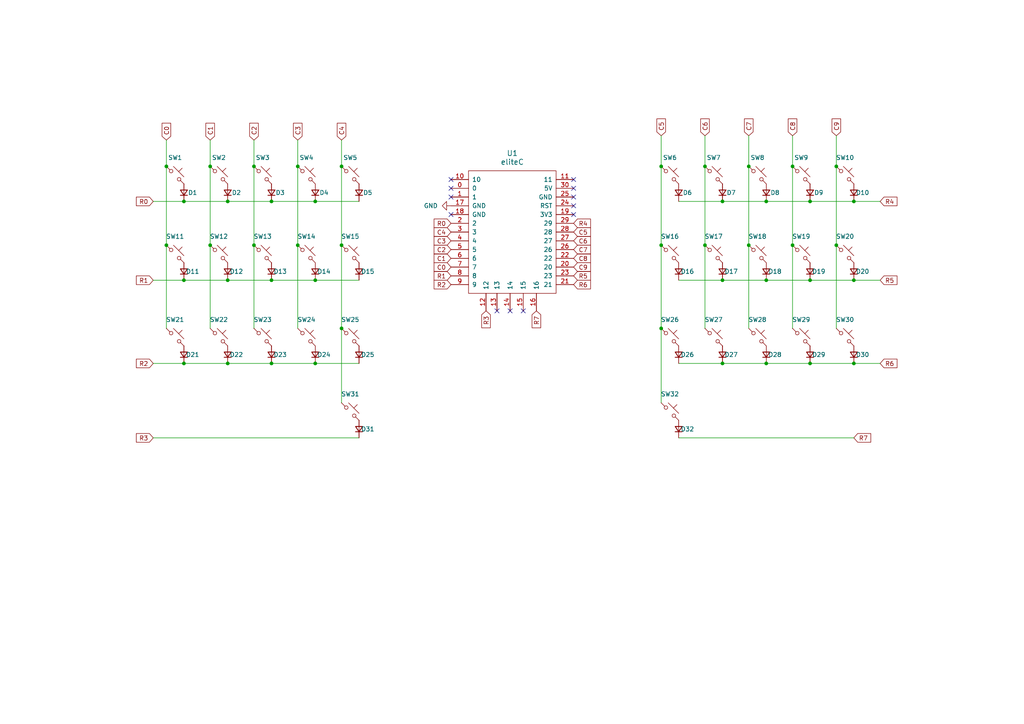
<source format=kicad_sch>
(kicad_sch (version 20231120) (generator "eeschema") (generator_version "8.0")
  (paper "A4")
  (lib_symbols
    (symbol "Device:D_Small" (pin_numbers hide) (pin_names (offset 0.254) hide)
      (property "Reference" "D" (at -1.27 2.032 0))
      (property "Value" "D_Small" (at -3.81 -2.032 0))
      (symbol "D_Small_0_1"
        (polyline (pts (xy -0.762 -1.016) (xy -0.762 1.016)) (stroke (width 0.254)))
        (polyline (pts (xy -0.762 0) (xy 0.762 0)))
        (polyline (pts (xy 0.762 -1.016) (xy -0.762 0) (xy 0.762 1.016) (xy 0.762 -1.016)) (stroke (width 0.254)))
      )
      (symbol "D_Small_1_1"
        (pin passive line (at -2.54 0 0) (length 1.778) (name "K") (number "1"))
        (pin passive line (at 2.54 0 180) (length 1.778) (name "A") (number "2"))
      )
    )
    (symbol "Elite_C:eliteC" (pin_names (offset 1.016))
      (property "Reference" "U" (at 0 26.67 0))
      (property "Value" "eliteC" (at 0 -13.97 0))
      (symbol "eliteC_0_1"
        (rectangle (start -12.7 24.13) (end 12.7 -11.43))
      )
      (symbol "eliteC_1_1"
        (pin bidirectional line (at -17.78 19.05 0) (length 5.08) (name "0") (number "0"))
        (pin bidirectional line (at -17.78 16.51 0) (length 5.08) (name "1") (number "1"))
        (pin bidirectional line (at -17.78 21.59 0) (length 5.08) (name "10") (number "10"))
        (pin bidirectional line (at 17.78 21.59 180) (length 5.08) (name "11") (number "11"))
        (pin bidirectional line (at -7.62 -16.51 90) (length 5.08) (name "12") (number "12"))
        (pin bidirectional line (at -4.445 -16.51 90) (length 5.08) (name "13") (number "13"))
        (pin bidirectional line (at -0.635 -16.51 90) (length 5.08) (name "14") (number "14"))
        (pin bidirectional line (at 3.175 -16.51 90) (length 5.08) (name "15") (number "15"))
        (pin bidirectional line (at 6.985 -16.51 90) (length 5.08) (name "16") (number "16"))
        (pin power_in line (at -17.78 13.97 0) (length 5.08) (name "GND") (number "17"))
        (pin power_in line (at -17.78 11.43 0) (length 5.08) (name "GND") (number "18"))
        (pin power_in line (at 17.78 11.43 180) (length 5.08) (name "3V3") (number "19"))
        (pin bidirectional line (at -17.78 8.89 0) (length 5.08) (name "2") (number "2"))
        (pin bidirectional line (at 17.78 -3.81 180) (length 5.08) (name "20") (number "20"))
        (pin bidirectional line (at 17.78 -8.89 180) (length 5.08) (name "21") (number "21"))
        (pin bidirectional line (at 17.78 -1.27 180) (length 5.08) (name "22") (number "22"))
        (pin bidirectional line (at 17.78 -6.35 180) (length 5.08) (name "23") (number "23"))
        (pin input line (at 17.78 13.97 180) (length 5.08) (name "RST") (number "24"))
        (pin power_in line (at 17.78 16.51 180) (length 5.08) (name "GND") (number "25"))
        (pin bidirectional line (at 17.78 1.27 180) (length 5.08) (name "26") (number "26"))
        (pin bidirectional line (at 17.78 3.81 180) (length 5.08) (name "27") (number "27"))
        (pin bidirectional line (at 17.78 6.35 180) (length 5.08) (name "28") (number "28"))
        (pin bidirectional line (at 17.78 8.89 180) (length 5.08) (name "29") (number "29"))
        (pin bidirectional line (at -17.78 6.35 0) (length 5.08) (name "3") (number "3"))
        (pin power_out line (at 17.78 19.05 180) (length 5.08) (name "5V") (number "30"))
        (pin bidirectional line (at -17.78 3.81 0) (length 5.08) (name "4") (number "4"))
        (pin bidirectional line (at -17.78 1.27 0) (length 5.08) (name "5") (number "5"))
        (pin bidirectional line (at -17.78 -1.27 0) (length 5.08) (name "6") (number "6"))
        (pin bidirectional line (at -17.78 -3.81 0) (length 5.08) (name "7") (number "7"))
        (pin bidirectional line (at -17.78 -6.35 0) (length 5.08) (name "8") (number "8"))
        (pin bidirectional line (at -17.78 -8.89 0) (length 5.08) (name "9") (number "9"))
      )
    )
    (symbol "PCM_marbastlib-mx:MX_SW_HS" (pin_numbers hide) (pin_names (offset 1.016) hide)
      (property "Reference" "MX" (at 3.048 1.016 0))
      (property "Value" "MX_SW_HS" (at 0 -3.81 0))
      (symbol "MX_SW_HS_0_1"
        (circle (center -1.1684 1.1684) (radius 0.508))
        (polyline (pts (xy -0.508 2.54) (xy 2.54 -0.508)))
        (polyline (pts (xy 1.016 1.016) (xy 2.032 2.032)))
        (polyline (pts (xy -2.54 2.54) (xy -1.524 1.524) (xy -1.524 1.524)))
        (polyline (pts (xy 1.524 -1.524) (xy 2.54 -2.54) (xy 2.54 -2.54) (xy 2.54 -2.54)))
        (circle (center 1.143 -1.1938) (radius 0.508))
        (pin passive line (at -2.54 2.54 0) (length 0) (name "1") (number "1"))
        (pin passive line (at 2.54 -2.54 180) (length 0) (name "2") (number "2"))
      )
    )
    (symbol "power:GND" (power) (pin_names (offset 0))
      (property "Value" "GND" (at 0 -3.81 0))
      (symbol "GND_0_1"
        (polyline (pts (xy 0 0) (xy 0 -1.27) (xy 1.27 -1.27) (xy 0 -2.54) (xy -1.27 -1.27) (xy 0 -1.27)))
      )
      (symbol "GND_1_1"
        (pin power_in line (at 0 0 270) (length 0) hide (name "GND") (number "1"))
      )
    )
  )
  (junction (at 78.74 58.42))
  (junction (at 247.65 105.41))
  (junction (at 91.44 58.42))
  (junction (at 53.34 105.41))
  (junction (at 60.96 48.26))
  (junction (at 66.04 105.41))
  (junction (at 66.04 81.28))
  (junction (at 53.34 81.28))
  (junction (at 48.26 48.26))
  (junction (at 234.95 105.41))
  (junction (at 217.17 48.26))
  (junction (at 217.17 71.12))
  (junction (at 242.57 71.12))
  (junction (at 222.25 105.41))
  (junction (at 91.44 81.28))
  (junction (at 99.06 95.25))
  (junction (at 78.74 81.28))
  (junction (at 209.55 105.41))
  (junction (at 191.77 48.26))
  (junction (at 86.36 48.26))
  (junction (at 60.96 71.12))
  (junction (at 247.65 58.42))
  (junction (at 191.77 95.25))
  (junction (at 66.04 58.42))
  (junction (at 222.25 81.28))
  (junction (at 222.25 58.42))
  (junction (at 204.47 71.12))
  (junction (at 234.95 58.42))
  (junction (at 91.44 105.41))
  (junction (at 78.74 105.41))
  (junction (at 48.26 71.12))
  (junction (at 204.47 48.26))
  (junction (at 229.87 48.26))
  (junction (at 73.66 48.26))
  (junction (at 234.95 81.28))
  (junction (at 229.87 71.12))
  (junction (at 53.34 58.42))
  (junction (at 73.66 71.12))
  (junction (at 209.55 81.28))
  (junction (at 209.55 58.42))
  (junction (at 99.06 71.12))
  (junction (at 242.57 48.26))
  (junction (at 247.65 81.28))
  (junction (at 99.06 48.26))
  (junction (at 191.77 71.12))
  (junction (at 86.36 71.12))
  (no_connect (at 130.81 52.07))
  (no_connect (at 130.81 54.61))
  (no_connect (at 147.955 90.17))
  (no_connect (at 130.81 57.15))
  (no_connect (at 166.37 62.23))
  (no_connect (at 151.765 90.17))
  (no_connect (at 166.37 54.61))
  (no_connect (at 144.145 90.17))
  (no_connect (at 130.81 62.23))
  (no_connect (at 166.37 52.07))
  (no_connect (at 166.37 59.69))
  (no_connect (at 166.37 57.15))
  (wire (pts (xy 229.87 39.37) (xy 229.87 48.26)))
  (wire (pts (xy 53.34 105.41) (xy 66.04 105.41)))
  (wire (pts (xy 234.95 105.41) (xy 247.65 105.41)))
  (wire (pts (xy 191.77 48.26) (xy 191.77 71.12)))
  (wire (pts (xy 229.87 71.12) (xy 229.87 95.25)))
  (wire (pts (xy 191.77 39.37) (xy 191.77 48.26)))
  (wire (pts (xy 196.85 58.42) (xy 209.55 58.42)))
  (wire (pts (xy 86.36 40.64) (xy 86.36 48.26)))
  (wire (pts (xy 66.04 58.42) (xy 78.74 58.42)))
  (wire (pts (xy 222.25 58.42) (xy 234.95 58.42)))
  (wire (pts (xy 66.04 105.41) (xy 78.74 105.41)))
  (wire (pts (xy 60.96 71.12) (xy 60.96 95.25)))
  (wire (pts (xy 86.36 48.26) (xy 86.36 71.12)))
  (wire (pts (xy 60.96 48.26) (xy 60.96 71.12)))
  (wire (pts (xy 204.47 71.12) (xy 204.47 95.25)))
  (wire (pts (xy 66.04 81.28) (xy 78.74 81.28)))
  (wire (pts (xy 222.25 81.28) (xy 234.95 81.28)))
  (wire (pts (xy 78.74 58.42) (xy 91.44 58.42)))
  (wire (pts (xy 53.34 81.28) (xy 66.04 81.28)))
  (wire (pts (xy 247.65 105.41) (xy 255.27 105.41)))
  (wire (pts (xy 234.95 58.42) (xy 247.65 58.42)))
  (wire (pts (xy 196.85 105.41) (xy 209.55 105.41)))
  (wire (pts (xy 60.96 40.64) (xy 60.96 48.26)))
  (wire (pts (xy 242.57 39.37) (xy 242.57 48.26)))
  (wire (pts (xy 99.06 40.64) (xy 99.06 48.26)))
  (wire (pts (xy 242.57 71.12) (xy 242.57 95.25)))
  (wire (pts (xy 91.44 81.28) (xy 104.14 81.28)))
  (wire (pts (xy 48.26 40.64) (xy 48.26 48.26)))
  (wire (pts (xy 229.87 48.26) (xy 229.87 71.12)))
  (wire (pts (xy 242.57 48.26) (xy 242.57 71.12)))
  (wire (pts (xy 196.85 127) (xy 247.65 127)))
  (wire (pts (xy 73.66 40.64) (xy 73.66 48.26)))
  (wire (pts (xy 217.17 71.12) (xy 217.17 95.25)))
  (wire (pts (xy 73.66 48.26) (xy 73.66 71.12)))
  (wire (pts (xy 217.17 48.26) (xy 217.17 71.12)))
  (wire (pts (xy 247.65 81.28) (xy 255.27 81.28)))
  (wire (pts (xy 44.45 81.28) (xy 53.34 81.28)))
  (wire (pts (xy 209.55 58.42) (xy 222.25 58.42)))
  (wire (pts (xy 78.74 105.41) (xy 91.44 105.41)))
  (wire (pts (xy 222.25 105.41) (xy 234.95 105.41)))
  (wire (pts (xy 99.06 95.25) (xy 99.06 116.84)))
  (wire (pts (xy 48.26 48.26) (xy 48.26 71.12)))
  (wire (pts (xy 86.36 71.12) (xy 86.36 95.25)))
  (wire (pts (xy 99.06 48.26) (xy 99.06 71.12)))
  (wire (pts (xy 44.45 127) (xy 104.14 127)))
  (wire (pts (xy 247.65 58.42) (xy 255.27 58.42)))
  (wire (pts (xy 204.47 48.26) (xy 204.47 71.12)))
  (wire (pts (xy 209.55 105.41) (xy 222.25 105.41)))
  (wire (pts (xy 99.06 71.12) (xy 99.06 95.25)))
  (wire (pts (xy 217.17 39.37) (xy 217.17 48.26)))
  (wire (pts (xy 44.45 105.41) (xy 53.34 105.41)))
  (wire (pts (xy 191.77 95.25) (xy 191.77 116.84)))
  (wire (pts (xy 53.34 58.42) (xy 66.04 58.42)))
  (wire (pts (xy 44.45 58.42) (xy 53.34 58.42)))
  (wire (pts (xy 91.44 58.42) (xy 104.14 58.42)))
  (wire (pts (xy 204.47 39.37) (xy 204.47 48.26)))
  (wire (pts (xy 234.95 81.28) (xy 247.65 81.28)))
  (wire (pts (xy 73.66 71.12) (xy 73.66 95.25)))
  (wire (pts (xy 91.44 105.41) (xy 104.14 105.41)))
  (wire (pts (xy 78.74 81.28) (xy 91.44 81.28)))
  (wire (pts (xy 48.26 71.12) (xy 48.26 95.25)))
  (wire (pts (xy 209.55 81.28) (xy 222.25 81.28)))
  (wire (pts (xy 196.85 81.28) (xy 209.55 81.28)))
  (wire (pts (xy 191.77 71.12) (xy 191.77 95.25)))
  (global_label "R5" (shape input) (at 255.27 81.28 0) (property "Intersheetrefs" "${INTERSHEET_REFS}" (effects (hide yes))))
  (global_label "C5" (shape input) (at 191.77 39.37 90) (property "Intersheetrefs" "${INTERSHEET_REFS}" (effects (hide yes))))
  (global_label "R1" (shape input) (at 130.81 80.01 180) (property "Intersheetrefs" "${INTERSHEET_REFS}" (effects (hide yes))))
  (global_label "R6" (shape input) (at 166.37 82.55 0) (property "Intersheetrefs" "${INTERSHEET_REFS}" (effects (hide yes))))
  (global_label "C5" (shape input) (at 166.37 67.31 0) (property "Intersheetrefs" "${INTERSHEET_REFS}" (effects (hide yes))))
  (global_label "R5" (shape input) (at 166.37 80.01 0) (property "Intersheetrefs" "${INTERSHEET_REFS}" (effects (hide yes))))
  (global_label "R0" (shape input) (at 130.81 64.77 180) (property "Intersheetrefs" "${INTERSHEET_REFS}" (effects (hide yes))))
  (global_label "C2" (shape input) (at 73.66 40.64 90) (property "Intersheetrefs" "${INTERSHEET_REFS}" (effects (hide yes))))
  (global_label "R7" (shape input) (at 155.575 90.17 270) (property "Intersheetrefs" "${INTERSHEET_REFS}" (effects (hide yes))))
  (global_label "R4" (shape input) (at 255.27 58.42 0) (property "Intersheetrefs" "${INTERSHEET_REFS}" (effects (hide yes))))
  (global_label "C9" (shape input) (at 166.37 77.47 0) (property "Intersheetrefs" "${INTERSHEET_REFS}" (effects (hide yes))))
  (global_label "C3" (shape input) (at 130.81 69.85 180) (property "Intersheetrefs" "${INTERSHEET_REFS}" (effects (hide yes))))
  (global_label "R4" (shape input) (at 166.37 64.77 0) (property "Intersheetrefs" "${INTERSHEET_REFS}" (effects (hide yes))))
  (global_label "C8" (shape input) (at 166.37 74.93 0) (property "Intersheetrefs" "${INTERSHEET_REFS}" (effects (hide yes))))
  (global_label "C1" (shape input) (at 130.81 74.93 180) (property "Intersheetrefs" "${INTERSHEET_REFS}" (effects (hide yes))))
  (global_label "C4" (shape input) (at 130.81 67.31 180) (property "Intersheetrefs" "${INTERSHEET_REFS}" (effects (hide yes))))
  (global_label "C0" (shape input) (at 48.26 40.64 90) (property "Intersheetrefs" "${INTERSHEET_REFS}" (effects (hide yes))))
  (global_label "C0" (shape input) (at 130.81 77.47 180) (property "Intersheetrefs" "${INTERSHEET_REFS}" (effects (hide yes))))
  (global_label "R2" (shape input) (at 130.81 82.55 180) (property "Intersheetrefs" "${INTERSHEET_REFS}" (effects (hide yes))))
  (global_label "C7" (shape input) (at 166.37 72.39 0) (property "Intersheetrefs" "${INTERSHEET_REFS}" (effects (hide yes))))
  (global_label "R1" (shape input) (at 44.45 81.28 180) (property "Intersheetrefs" "${INTERSHEET_REFS}" (effects (hide yes))))
  (global_label "R7" (shape input) (at 247.65 127 0) (property "Intersheetrefs" "${INTERSHEET_REFS}" (effects (hide yes))))
  (global_label "C2" (shape input) (at 130.81 72.39 180) (property "Intersheetrefs" "${INTERSHEET_REFS}" (effects (hide yes))))
  (global_label "R6" (shape input) (at 255.27 105.41 0) (property "Intersheetrefs" "${INTERSHEET_REFS}" (effects (hide yes))))
  (global_label "C8" (shape input) (at 229.87 39.37 90) (property "Intersheetrefs" "${INTERSHEET_REFS}" (effects (hide yes))))
  (global_label "R3" (shape input) (at 44.45 127 180) (property "Intersheetrefs" "${INTERSHEET_REFS}" (effects (hide yes))))
  (global_label "C1" (shape input) (at 60.96 40.64 90) (property "Intersheetrefs" "${INTERSHEET_REFS}" (effects (hide yes))))
  (global_label "C4" (shape input) (at 99.06 40.64 90) (property "Intersheetrefs" "${INTERSHEET_REFS}" (effects (hide yes))))
  (global_label "R3" (shape input) (at 140.97 90.17 270) (property "Intersheetrefs" "${INTERSHEET_REFS}" (effects (hide yes))))
  (global_label "R0" (shape input) (at 44.45 58.42 180) (property "Intersheetrefs" "${INTERSHEET_REFS}" (effects (hide yes))))
  (global_label "C6" (shape input) (at 204.47 39.37 90) (property "Intersheetrefs" "${INTERSHEET_REFS}" (effects (hide yes))))
  (global_label "C3" (shape input) (at 86.36 40.64 90) (property "Intersheetrefs" "${INTERSHEET_REFS}" (effects (hide yes))))
  (global_label "R2" (shape input) (at 44.45 105.41 180) (property "Intersheetrefs" "${INTERSHEET_REFS}" (effects (hide yes))))
  (global_label "C6" (shape input) (at 166.37 69.85 0) (property "Intersheetrefs" "${INTERSHEET_REFS}" (effects (hide yes))))
  (global_label "C7" (shape input) (at 217.17 39.37 90) (property "Intersheetrefs" "${INTERSHEET_REFS}" (effects (hide yes))))
  (global_label "C9" (shape input) (at 242.57 39.37 90) (property "Intersheetrefs" "${INTERSHEET_REFS}" (effects (hide yes))))
  (symbol (lib_id "Device:D_Small") (at 196.85 124.46 90) (unit 1)
    (property "Reference" "D32" (at 199.39 124.46 90))
    (property "Value" "D_Small" (effects (hide yes)))
    (property "Footprint" "ScottoKeebs_Components:Diode_SOD-123" (effects (hide yes)))
    (property "Sim.Device" "D" (effects (hide yes)))
    (property "Sim.Pins" "1=K 2=A" (effects (hide yes)))
  )
  (symbol (lib_id "PCM_marbastlib-mx:MX_SW_HS") (at 76.2 50.8 0) (unit 1)
    (property "Reference" "SW3" (at 76.2 45.72 0))
    (property "Value" "MX_SW_HS" (effects (hide yes)))
    (property "Footprint" "PCM_marbastlib-choc:SW_choc_v1_1u" (effects (hide yes)))
  )
  (symbol (lib_id "PCM_marbastlib-mx:MX_SW_HS") (at 88.9 73.66 0) (unit 1)
    (property "Reference" "SW14" (at 88.9 68.58 0))
    (property "Value" "MX_SW_HS" (effects (hide yes)))
    (property "Footprint" "PCM_marbastlib-choc:SW_choc_v1_1u" (effects (hide yes)))
  )
  (symbol (lib_id "Device:D_Small") (at 66.04 55.88 90) (unit 1)
    (property "Reference" "D2" (at 68.58 55.88 90))
    (property "Value" "D_Small" (effects (hide yes)))
    (property "Footprint" "ScottoKeebs_Components:Diode_SOD-123" (effects (hide yes)))
    (property "Sim.Device" "D" (effects (hide yes)))
    (property "Sim.Pins" "1=K 2=A" (effects (hide yes)))
  )
  (symbol (lib_id "Device:D_Small") (at 66.04 102.87 90) (unit 1)
    (property "Reference" "D22" (at 68.58 102.87 90))
    (property "Value" "D_Small" (effects (hide yes)))
    (property "Footprint" "ScottoKeebs_Components:Diode_SOD-123" (effects (hide yes)))
    (property "Sim.Device" "D" (effects (hide yes)))
    (property "Sim.Pins" "1=K 2=A" (effects (hide yes)))
  )
  (symbol (lib_id "Device:D_Small") (at 222.25 55.88 90) (unit 1)
    (property "Reference" "D8" (at 224.79 55.88 90))
    (property "Value" "D_Small" (effects (hide yes)))
    (property "Footprint" "ScottoKeebs_Components:Diode_SOD-123" (effects (hide yes)))
    (property "Sim.Device" "D" (effects (hide yes)))
    (property "Sim.Pins" "1=K 2=A" (effects (hide yes)))
  )
  (symbol (lib_id "PCM_marbastlib-mx:MX_SW_HS") (at 219.71 50.8 0) (unit 1)
    (property "Reference" "SW8" (at 219.71 45.72 0))
    (property "Value" "MX_SW_HS" (effects (hide yes)))
    (property "Footprint" "PCM_marbastlib-choc:SW_choc_v1_1u" (effects (hide yes)))
  )
  (symbol (lib_id "PCM_marbastlib-mx:MX_SW_HS") (at 194.31 50.8 0) (unit 1)
    (property "Reference" "SW6" (at 194.31 45.72 0))
    (property "Value" "MX_SW_HS" (effects (hide yes)))
    (property "Footprint" "PCM_marbastlib-choc:SW_choc_v1_1u" (effects (hide yes)))
  )
  (symbol (lib_id "Device:D_Small") (at 247.65 55.88 90) (unit 1)
    (property "Reference" "D10" (at 250.19 55.88 90))
    (property "Value" "D_Small" (effects (hide yes)))
    (property "Footprint" "ScottoKeebs_Components:Diode_SOD-123" (effects (hide yes)))
    (property "Sim.Device" "D" (effects (hide yes)))
    (property "Sim.Pins" "1=K 2=A" (effects (hide yes)))
  )
  (symbol (lib_id "Device:D_Small") (at 91.44 78.74 90) (unit 1)
    (property "Reference" "D14" (at 93.98 78.74 90))
    (property "Value" "D_Small" (effects (hide yes)))
    (property "Footprint" "ScottoKeebs_Components:Diode_SOD-123" (effects (hide yes)))
    (property "Sim.Device" "D" (effects (hide yes)))
    (property "Sim.Pins" "1=K 2=A" (effects (hide yes)))
  )
  (symbol (lib_id "PCM_marbastlib-mx:MX_SW_HS") (at 232.41 50.8 0) (unit 1)
    (property "Reference" "SW9" (at 232.41 45.72 0))
    (property "Value" "MX_SW_HS" (effects (hide yes)))
    (property "Footprint" "PCM_marbastlib-choc:SW_choc_v1_1u" (effects (hide yes)))
  )
  (symbol (lib_id "power:GND") (at 130.81 59.69 270) (unit 1)
    (property "Reference" "#PWR01" (effects (hide yes)))
    (property "Value" "GND" (at 127 59.69 90) (effects (justify right)))
  )
  (symbol (lib_id "PCM_marbastlib-mx:MX_SW_HS") (at 50.8 97.79 0) (unit 1)
    (property "Reference" "SW21" (at 50.8 92.71 0))
    (property "Value" "MX_SW_HS" (effects (hide yes)))
    (property "Footprint" "PCM_marbastlib-choc:SW_choc_v1_1u" (effects (hide yes)))
  )
  (symbol (lib_id "PCM_marbastlib-mx:MX_SW_HS") (at 219.71 73.66 0) (unit 1)
    (property "Reference" "SW18" (at 219.71 68.58 0))
    (property "Value" "MX_SW_HS" (effects (hide yes)))
    (property "Footprint" "PCM_marbastlib-choc:SW_choc_v1_1u" (effects (hide yes)))
  )
  (symbol (lib_id "Device:D_Small") (at 196.85 55.88 90) (unit 1)
    (property "Reference" "D6" (at 199.39 55.88 90))
    (property "Value" "D_Small" (effects (hide yes)))
    (property "Footprint" "ScottoKeebs_Components:Diode_SOD-123" (effects (hide yes)))
    (property "Sim.Device" "D" (effects (hide yes)))
    (property "Sim.Pins" "1=K 2=A" (effects (hide yes)))
  )
  (symbol (lib_id "Device:D_Small") (at 209.55 102.87 90) (unit 1)
    (property "Reference" "D27" (at 212.09 102.87 90))
    (property "Value" "D_Small" (effects (hide yes)))
    (property "Footprint" "ScottoKeebs_Components:Diode_SOD-123" (effects (hide yes)))
    (property "Sim.Device" "D" (effects (hide yes)))
    (property "Sim.Pins" "1=K 2=A" (effects (hide yes)))
  )
  (symbol (lib_id "PCM_marbastlib-mx:MX_SW_HS") (at 245.11 97.79 0) (unit 1)
    (property "Reference" "SW30" (at 245.11 92.71 0))
    (property "Value" "MX_SW_HS" (effects (hide yes)))
    (property "Footprint" "PCM_marbastlib-choc:SW_choc_v1_1u" (effects (hide yes)))
  )
  (symbol (lib_id "PCM_marbastlib-mx:MX_SW_HS") (at 219.71 97.79 0) (unit 1)
    (property "Reference" "SW28" (at 219.71 92.71 0))
    (property "Value" "MX_SW_HS" (effects (hide yes)))
    (property "Footprint" "PCM_marbastlib-choc:SW_choc_v1_1u" (effects (hide yes)))
  )
  (symbol (lib_id "Device:D_Small") (at 78.74 102.87 90) (unit 1)
    (property "Reference" "D23" (at 81.28 102.87 90))
    (property "Value" "D_Small" (effects (hide yes)))
    (property "Footprint" "ScottoKeebs_Components:Diode_SOD-123" (effects (hide yes)))
    (property "Sim.Device" "D" (effects (hide yes)))
    (property "Sim.Pins" "1=K 2=A" (effects (hide yes)))
  )
  (symbol (lib_id "Device:D_Small") (at 91.44 102.87 90) (unit 1)
    (property "Reference" "D24" (at 93.98 102.87 90))
    (property "Value" "D_Small" (effects (hide yes)))
    (property "Footprint" "ScottoKeebs_Components:Diode_SOD-123" (effects (hide yes)))
    (property "Sim.Device" "D" (effects (hide yes)))
    (property "Sim.Pins" "1=K 2=A" (effects (hide yes)))
  )
  (symbol (lib_id "Device:D_Small") (at 209.55 78.74 90) (unit 1)
    (property "Reference" "D17" (at 212.09 78.74 90))
    (property "Value" "D_Small" (effects (hide yes)))
    (property "Footprint" "ScottoKeebs_Components:Diode_SOD-123" (effects (hide yes)))
    (property "Sim.Device" "D" (effects (hide yes)))
    (property "Sim.Pins" "1=K 2=A" (effects (hide yes)))
  )
  (symbol (lib_id "Device:D_Small") (at 91.44 55.88 90) (unit 1)
    (property "Reference" "D4" (at 93.98 55.88 90))
    (property "Value" "D_Small" (effects (hide yes)))
    (property "Footprint" "ScottoKeebs_Components:Diode_SOD-123" (effects (hide yes)))
    (property "Sim.Device" "D" (effects (hide yes)))
    (property "Sim.Pins" "1=K 2=A" (effects (hide yes)))
  )
  (symbol (lib_id "Device:D_Small") (at 222.25 78.74 90) (unit 1)
    (property "Reference" "D18" (at 224.79 78.74 90))
    (property "Value" "D_Small" (effects (hide yes)))
    (property "Footprint" "ScottoKeebs_Components:Diode_SOD-123" (effects (hide yes)))
    (property "Sim.Device" "D" (effects (hide yes)))
    (property "Sim.Pins" "1=K 2=A" (effects (hide yes)))
  )
  (symbol (lib_id "PCM_marbastlib-mx:MX_SW_HS") (at 88.9 97.79 0) (unit 1)
    (property "Reference" "SW24" (at 88.9 92.71 0))
    (property "Value" "MX_SW_HS" (effects (hide yes)))
    (property "Footprint" "PCM_marbastlib-choc:SW_choc_v1_1u" (effects (hide yes)))
  )
  (symbol (lib_id "PCM_marbastlib-mx:MX_SW_HS") (at 63.5 73.66 0) (unit 1)
    (property "Reference" "SW12" (at 63.5 68.58 0))
    (property "Value" "MX_SW_HS" (effects (hide yes)))
    (property "Footprint" "PCM_marbastlib-choc:SW_choc_v1_1u" (effects (hide yes)))
  )
  (symbol (lib_id "Device:D_Small") (at 104.14 55.88 90) (unit 1)
    (property "Reference" "D5" (at 106.68 55.88 90))
    (property "Value" "D_Small" (effects (hide yes)))
    (property "Footprint" "ScottoKeebs_Components:Diode_SOD-123" (effects (hide yes)))
    (property "Sim.Device" "D" (effects (hide yes)))
    (property "Sim.Pins" "1=K 2=A" (effects (hide yes)))
  )
  (symbol (lib_id "PCM_marbastlib-mx:MX_SW_HS") (at 194.31 97.79 0) (unit 1)
    (property "Reference" "SW26" (at 194.31 92.71 0))
    (property "Value" "MX_SW_HS" (effects (hide yes)))
    (property "Footprint" "PCM_marbastlib-choc:SW_choc_v1_1u" (effects (hide yes)))
  )
  (symbol (lib_id "PCM_marbastlib-mx:MX_SW_HS") (at 63.5 50.8 0) (unit 1)
    (property "Reference" "SW2" (at 63.5 45.72 0))
    (property "Value" "MX_SW_HS" (effects (hide yes)))
    (property "Footprint" "PCM_marbastlib-choc:SW_choc_v1_1u" (effects (hide yes)))
  )
  (symbol (lib_id "Device:D_Small") (at 234.95 78.74 90) (unit 1)
    (property "Reference" "D19" (at 237.49 78.74 90))
    (property "Value" "D_Small" (effects (hide yes)))
    (property "Footprint" "ScottoKeebs_Components:Diode_SOD-123" (effects (hide yes)))
    (property "Sim.Device" "D" (effects (hide yes)))
    (property "Sim.Pins" "1=K 2=A" (effects (hide yes)))
  )
  (symbol (lib_id "PCM_marbastlib-mx:MX_SW_HS") (at 76.2 73.66 0) (unit 1)
    (property "Reference" "SW13" (at 76.2 68.58 0))
    (property "Value" "MX_SW_HS" (effects (hide yes)))
    (property "Footprint" "PCM_marbastlib-choc:SW_choc_v1_1u" (effects (hide yes)))
  )
  (symbol (lib_id "Elite_C:eliteC") (at 148.59 73.66 0) (unit 1)
    (property "Reference" "U1" (at 148.59 44.45 0) (effects (font (size 1.524 1.524))))
    (property "Value" "eliteC" (at 148.59 46.99 0) (effects (font (size 1.524 1.524))))
    (property "Footprint" "Keebio-Parts.pretty-master:my_microcontroller" (effects (hide yes)))
  )
  (symbol (lib_id "PCM_marbastlib-mx:MX_SW_HS") (at 245.11 73.66 0) (unit 1)
    (property "Reference" "SW20" (at 245.11 68.58 0))
    (property "Value" "MX_SW_HS" (effects (hide yes)))
    (property "Footprint" "PCM_marbastlib-choc:SW_choc_v1_1u" (effects (hide yes)))
  )
  (symbol (lib_id "Device:D_Small") (at 78.74 78.74 90) (unit 1)
    (property "Reference" "D13" (at 81.28 78.74 90))
    (property "Value" "D_Small" (effects (hide yes)))
    (property "Footprint" "ScottoKeebs_Components:Diode_SOD-123" (effects (hide yes)))
    (property "Sim.Device" "D" (effects (hide yes)))
    (property "Sim.Pins" "1=K 2=A" (effects (hide yes)))
  )
  (symbol (lib_id "Device:D_Small") (at 53.34 102.87 90) (unit 1)
    (property "Reference" "D21" (at 55.88 102.87 90))
    (property "Value" "D_Small" (effects (hide yes)))
    (property "Footprint" "ScottoKeebs_Components:Diode_SOD-123" (effects (hide yes)))
    (property "Sim.Device" "D" (effects (hide yes)))
    (property "Sim.Pins" "1=K 2=A" (effects (hide yes)))
  )
  (symbol (lib_id "PCM_marbastlib-mx:MX_SW_HS") (at 207.01 73.66 0) (unit 1)
    (property "Reference" "SW17" (at 207.01 68.58 0))
    (property "Value" "MX_SW_HS" (effects (hide yes)))
    (property "Footprint" "PCM_marbastlib-choc:SW_choc_v1_1u" (effects (hide yes)))
  )
  (symbol (lib_id "PCM_marbastlib-mx:MX_SW_HS") (at 207.01 50.8 0) (unit 1)
    (property "Reference" "SW7" (at 207.01 45.72 0))
    (property "Value" "MX_SW_HS" (effects (hide yes)))
    (property "Footprint" "PCM_marbastlib-choc:SW_choc_v1_1u" (effects (hide yes)))
  )
  (symbol (lib_id "PCM_marbastlib-mx:MX_SW_HS") (at 232.41 73.66 0) (unit 1)
    (property "Reference" "SW19" (at 232.41 68.58 0))
    (property "Value" "MX_SW_HS" (effects (hide yes)))
    (property "Footprint" "PCM_marbastlib-choc:SW_choc_v1_1u" (effects (hide yes)))
  )
  (symbol (lib_id "Device:D_Small") (at 247.65 102.87 90) (unit 1)
    (property "Reference" "D30" (at 250.19 102.87 90))
    (property "Value" "D_Small" (effects (hide yes)))
    (property "Footprint" "ScottoKeebs_Components:Diode_SOD-123" (effects (hide yes)))
    (property "Sim.Device" "D" (effects (hide yes)))
    (property "Sim.Pins" "1=K 2=A" (effects (hide yes)))
  )
  (symbol (lib_id "Device:D_Small") (at 234.95 102.87 90) (unit 1)
    (property "Reference" "D29" (at 237.49 102.87 90))
    (property "Value" "D_Small" (effects (hide yes)))
    (property "Footprint" "ScottoKeebs_Components:Diode_SOD-123" (effects (hide yes)))
    (property "Sim.Device" "D" (effects (hide yes)))
    (property "Sim.Pins" "1=K 2=A" (effects (hide yes)))
  )
  (symbol (lib_id "PCM_marbastlib-mx:MX_SW_HS") (at 194.31 119.38 0) (unit 1)
    (property "Reference" "SW32" (at 194.31 114.3 0))
    (property "Value" "MX_SW_HS" (effects (hide yes)))
    (property "Footprint" "PCM_marbastlib-choc:SW_choc_v1_1u" (effects (hide yes)))
  )
  (symbol (lib_id "PCM_marbastlib-mx:MX_SW_HS") (at 101.6 73.66 0) (unit 1)
    (property "Reference" "SW15" (at 101.6 68.58 0))
    (property "Value" "MX_SW_HS" (effects (hide yes)))
    (property "Footprint" "PCM_marbastlib-choc:SW_choc_v1_1u" (effects (hide yes)))
  )
  (symbol (lib_id "Device:D_Small") (at 196.85 102.87 90) (unit 1)
    (property "Reference" "D26" (at 199.39 102.87 90))
    (property "Value" "D_Small" (effects (hide yes)))
    (property "Footprint" "ScottoKeebs_Components:Diode_SOD-123" (effects (hide yes)))
    (property "Sim.Device" "D" (effects (hide yes)))
    (property "Sim.Pins" "1=K 2=A" (effects (hide yes)))
  )
  (symbol (lib_id "Device:D_Small") (at 78.74 55.88 90) (unit 1)
    (property "Reference" "D3" (at 81.28 55.88 90))
    (property "Value" "D_Small" (effects (hide yes)))
    (property "Footprint" "ScottoKeebs_Components:Diode_SOD-123" (effects (hide yes)))
    (property "Sim.Device" "D" (effects (hide yes)))
    (property "Sim.Pins" "1=K 2=A" (effects (hide yes)))
  )
  (symbol (lib_id "PCM_marbastlib-mx:MX_SW_HS") (at 101.6 97.79 0) (unit 1)
    (property "Reference" "SW25" (at 101.6 92.71 0))
    (property "Value" "MX_SW_HS" (effects (hide yes)))
    (property "Footprint" "PCM_marbastlib-choc:SW_choc_v1_1u" (effects (hide yes)))
  )
  (symbol (lib_id "PCM_marbastlib-mx:MX_SW_HS") (at 207.01 97.79 0) (unit 1)
    (property "Reference" "SW27" (at 207.01 92.71 0))
    (property "Value" "MX_SW_HS" (effects (hide yes)))
    (property "Footprint" "PCM_marbastlib-choc:SW_choc_v1_1u" (effects (hide yes)))
  )
  (symbol (lib_id "PCM_marbastlib-mx:MX_SW_HS") (at 194.31 73.66 0) (unit 1)
    (property "Reference" "SW16" (at 194.31 68.58 0))
    (property "Value" "MX_SW_HS" (effects (hide yes)))
    (property "Footprint" "PCM_marbastlib-choc:SW_choc_v1_1u" (effects (hide yes)))
  )
  (symbol (lib_id "PCM_marbastlib-mx:MX_SW_HS") (at 245.11 50.8 0) (unit 1)
    (property "Reference" "SW10" (at 245.11 45.72 0))
    (property "Value" "MX_SW_HS" (effects (hide yes)))
    (property "Footprint" "PCM_marbastlib-choc:SW_choc_v1_1u" (effects (hide yes)))
  )
  (symbol (lib_id "Device:D_Small") (at 104.14 78.74 90) (unit 1)
    (property "Reference" "D15" (at 106.68 78.74 90))
    (property "Value" "D_Small" (effects (hide yes)))
    (property "Footprint" "ScottoKeebs_Components:Diode_SOD-123" (effects (hide yes)))
    (property "Sim.Device" "D" (effects (hide yes)))
    (property "Sim.Pins" "1=K 2=A" (effects (hide yes)))
  )
  (symbol (lib_id "PCM_marbastlib-mx:MX_SW_HS") (at 101.6 119.38 0) (unit 1)
    (property "Reference" "SW31" (at 101.6 114.3 0))
    (property "Value" "MX_SW_HS" (effects (hide yes)))
    (property "Footprint" "PCM_marbastlib-choc:SW_choc_v1_1u" (effects (hide yes)))
  )
  (symbol (lib_id "PCM_marbastlib-mx:MX_SW_HS") (at 50.8 50.8 0) (unit 1)
    (property "Reference" "SW1" (at 50.8 45.72 0))
    (property "Value" "MX_SW_HS" (effects (hide yes)))
    (property "Footprint" "PCM_marbastlib-choc:SW_choc_v1_1u" (effects (hide yes)))
  )
  (symbol (lib_id "PCM_marbastlib-mx:MX_SW_HS") (at 63.5 97.79 0) (unit 1)
    (property "Reference" "SW22" (at 63.5 92.71 0))
    (property "Value" "MX_SW_HS" (effects (hide yes)))
    (property "Footprint" "PCM_marbastlib-choc:SW_choc_v1_1u" (effects (hide yes)))
  )
  (symbol (lib_id "PCM_marbastlib-mx:MX_SW_HS") (at 76.2 97.79 0) (unit 1)
    (property "Reference" "SW23" (at 76.2 92.71 0))
    (property "Value" "MX_SW_HS" (effects (hide yes)))
    (property "Footprint" "PCM_marbastlib-choc:SW_choc_v1_1u" (effects (hide yes)))
  )
  (symbol (lib_id "PCM_marbastlib-mx:MX_SW_HS") (at 50.8 73.66 0) (unit 1)
    (property "Reference" "SW11" (at 50.8 68.58 0))
    (property "Value" "MX_SW_HS" (effects (hide yes)))
    (property "Footprint" "PCM_marbastlib-choc:SW_choc_v1_1u" (effects (hide yes)))
  )
  (symbol (lib_id "PCM_marbastlib-mx:MX_SW_HS") (at 88.9 50.8 0) (unit 1)
    (property "Reference" "SW4" (at 88.9 45.72 0))
    (property "Value" "MX_SW_HS" (effects (hide yes)))
    (property "Footprint" "PCM_marbastlib-choc:SW_choc_v1_1u" (effects (hide yes)))
  )
  (symbol (lib_id "Device:D_Small") (at 53.34 55.88 90) (unit 1)
    (property "Reference" "D1" (at 55.88 55.88 90))
    (property "Value" "D_Small" (effects (hide yes)))
    (property "Footprint" "ScottoKeebs_Components:Diode_SOD-123" (effects (hide yes)))
    (property "Sim.Device" "D" (effects (hide yes)))
    (property "Sim.Pins" "1=K 2=A" (effects (hide yes)))
  )
  (symbol (lib_id "Device:D_Small") (at 247.65 78.74 90) (unit 1)
    (property "Reference" "D20" (at 250.19 78.74 90))
    (property "Value" "D_Small" (effects (hide yes)))
    (property "Footprint" "ScottoKeebs_Components:Diode_SOD-123" (effects (hide yes)))
    (property "Sim.Device" "D" (effects (hide yes)))
    (property "Sim.Pins" "1=K 2=A" (effects (hide yes)))
  )
  (symbol (lib_id "PCM_marbastlib-mx:MX_SW_HS") (at 101.6 50.8 0) (unit 1)
    (property "Reference" "SW5" (at 101.6 45.72 0))
    (property "Value" "MX_SW_HS" (effects (hide yes)))
    (property "Footprint" "PCM_marbastlib-choc:SW_choc_v1_1u" (effects (hide yes)))
  )
  (symbol (lib_id "Device:D_Small") (at 104.14 124.46 90) (unit 1)
    (property "Reference" "D31" (at 106.68 124.46 90))
    (property "Value" "D_Small" (effects (hide yes)))
    (property "Footprint" "ScottoKeebs_Components:Diode_SOD-123" (effects (hide yes)))
    (property "Sim.Device" "D" (effects (hide yes)))
    (property "Sim.Pins" "1=K 2=A" (effects (hide yes)))
  )
  (symbol (lib_id "Device:D_Small") (at 196.85 78.74 90) (unit 1)
    (property "Reference" "D16" (at 199.39 78.74 90))
    (property "Value" "D_Small" (effects (hide yes)))
    (property "Footprint" "ScottoKeebs_Components:Diode_SOD-123" (effects (hide yes)))
    (property "Sim.Device" "D" (effects (hide yes)))
    (property "Sim.Pins" "1=K 2=A" (effects (hide yes)))
  )
  (symbol (lib_id "Device:D_Small") (at 66.04 78.74 90) (unit 1)
    (property "Reference" "D12" (at 68.58 78.74 90))
    (property "Value" "D_Small" (effects (hide yes)))
    (property "Footprint" "ScottoKeebs_Components:Diode_SOD-123" (effects (hide yes)))
    (property "Sim.Device" "D" (effects (hide yes)))
    (property "Sim.Pins" "1=K 2=A" (effects (hide yes)))
  )
  (symbol (lib_id "Device:D_Small") (at 53.34 78.74 90) (unit 1)
    (property "Reference" "D11" (at 55.88 78.74 90))
    (property "Value" "D_Small" (effects (hide yes)))
    (property "Footprint" "ScottoKeebs_Components:Diode_SOD-123" (effects (hide yes)))
    (property "Sim.Device" "D" (effects (hide yes)))
    (property "Sim.Pins" "1=K 2=A" (effects (hide yes)))
  )
  (symbol (lib_id "Device:D_Small") (at 234.95 55.88 90) (unit 1)
    (property "Reference" "D9" (at 237.49 55.88 90))
    (property "Value" "D_Small" (effects (hide yes)))
    (property "Footprint" "ScottoKeebs_Components:Diode_SOD-123" (effects (hide yes)))
    (property "Sim.Device" "D" (effects (hide yes)))
    (property "Sim.Pins" "1=K 2=A" (effects (hide yes)))
  )
  (symbol (lib_id "Device:D_Small") (at 104.14 102.87 90) (unit 1)
    (property "Reference" "D25" (at 106.68 102.87 90))
    (property "Value" "D_Small" (effects (hide yes)))
    (property "Footprint" "ScottoKeebs_Components:Diode_SOD-123" (effects (hide yes)))
    (property "Sim.Device" "D" (effects (hide yes)))
    (property "Sim.Pins" "1=K 2=A" (effects (hide yes)))
  )
  (symbol (lib_id "Device:D_Small") (at 209.55 55.88 90) (unit 1)
    (property "Reference" "D7" (at 212.09 55.88 90))
    (property "Value" "D_Small" (effects (hide yes)))
    (property "Footprint" "ScottoKeebs_Components:Diode_SOD-123" (effects (hide yes)))
    (property "Sim.Device" "D" (effects (hide yes)))
    (property "Sim.Pins" "1=K 2=A" (effects (hide yes)))
  )
  (symbol (lib_id "Device:D_Small") (at 222.25 102.87 90) (unit 1)
    (property "Reference" "D28" (at 224.79 102.87 90))
    (property "Value" "D_Small" (effects (hide yes)))
    (property "Footprint" "ScottoKeebs_Components:Diode_SOD-123" (effects (hide yes)))
    (property "Sim.Device" "D" (effects (hide yes)))
    (property "Sim.Pins" "1=K 2=A" (effects (hide yes)))
  )
  (symbol (lib_id "PCM_marbastlib-mx:MX_SW_HS") (at 232.41 97.79 0) (unit 1)
    (property "Reference" "SW29" (at 232.41 92.71 0))
    (property "Value" "MX_SW_HS" (effects (hide yes)))
    (property "Footprint" "PCM_marbastlib-choc:SW_choc_v1_1u" (effects (hide yes)))
  )
)
</source>
